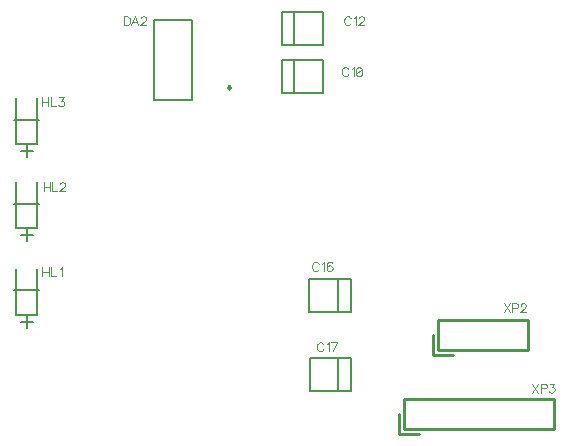
<source format=gto>
G04 Rezonit PCAD EXPORT*
G04 layer position = 4*
G04 layer base position = 4*
G04 layer type = 6*
G04 layer flash color = 12*
G04 layer line color = 12*
G04*
G04  File:            M_RPL_9092_R1.GTO, Thu Sep 14 14:30:10 2023*
G04  Source:          P-CAD 2006 PCB, Version 19.02.958, (S:\Ïðîåêòû\GIT\R_DX_DXE_âçðûâîçàùèùåííûé_ïóëüò\Pcb\Pcad\M_Rpl_9092_r1.pcb)*
G04  Format:          Gerber Format (RS-274-D), ASCII*
G04*
G04  Format Options:  Absolute Positioning*
G04                   Leading-Zero Suppression*
G04                   Scale Factor 1:1*
G04                   NO Circular Interpolation*
G04                   Millimeter Units*
G04                   Numeric Format: 4.4 (XXXX.XXXX)*
G04                   G54 NOT Used for Aperture Change*
G04                   Apertures Embedded*
G04*
G04  File Options:    Offset = (0.000mm,0.000mm)*
G04                   Drill Symbol Size = 0.000mm*
G04                   No Pad/Via Holes*
G04*
G04  File Contents:   No Pads*
G04                   No Vias*
G04                   Designators*
G04                   No Types*
G04                   No Values*
G04                   No Drill Symbols*
G04                   Top Silk*
G04*
%INM_RPL_9092_R1.GTO*%
%ICAS*%
%MOMM*%
G04*
G04  Aperture MACROs for general use --- invoked via D-code assignment *
G04*
G04  General MACRO for flashed round with rotation and/or offset hole *
%AMROTOFFROUND*
1,1,$1,0.0000,0.0000*
1,0,$2,$3,$4*%
G04*
G04  General MACRO for flashed oval (obround) with rotation and/or offset hole *
%AMROTOFFOVAL*
21,1,$1,$2,0.0000,0.0000,$3*
1,1,$4,$5,$6*
1,1,$4,0-$5,0-$6*
1,0,$7,$8,$9*%
G04*
G04  General MACRO for flashed oval (obround) with rotation and no hole *
%AMROTOVALNOHOLE*
21,1,$1,$2,0.0000,0.0000,$3*
1,1,$4,$5,$6*
1,1,$4,0-$5,0-$6*%
G04*
G04  General MACRO for flashed rectangle with rotation and/or offset hole *
%AMROTOFFRECT*
21,1,$1,$2,0.0000,0.0000,$3*
1,0,$4,$5,$6*%
G04*
G04  General MACRO for flashed rectangle with rotation and no hole *
%AMROTRECTNOHOLE*
21,1,$1,$2,0.0000,0.0000,$3*%
G04*
G04  General MACRO for flashed rounded-rectangle *
%AMROUNDRECT*
21,1,$1,$2-$4,0.0000,0.0000,$3*
21,1,$1-$4,$2,0.0000,0.0000,$3*
1,1,$4,$5,$6*
1,1,$4,$7,$8*
1,1,$4,0-$5,0-$6*
1,1,$4,0-$7,0-$8*
1,0,$9,$10,$11*%
G04*
G04  General MACRO for flashed rounded-rectangle with rotation and no hole *
%AMROUNDRECTNOHOLE*
21,1,$1,$2-$4,0.0000,0.0000,$3*
21,1,$1-$4,$2,0.0000,0.0000,$3*
1,1,$4,$5,$6*
1,1,$4,$7,$8*
1,1,$4,0-$5,0-$6*
1,1,$4,0-$7,0-$8*%
G04*
G04  General MACRO for flashed regular polygon *
%AMREGPOLY*
5,1,$1,0.0000,0.0000,$2,$3+$4*
1,0,$5,$6,$7*%
G04*
G04  General MACRO for flashed regular polygon with no hole *
%AMREGPOLYNOHOLE*
5,1,$1,0.0000,0.0000,$2,$3+$4*%
G04*
G04  General MACRO for target *
%AMTARGET*
6,0,0,$1,$2,$3,4,$4,$5,$6*%
G04*
G04  General MACRO for mounting hole *
%AMMTHOLE*
1,1,$1,0,0*
1,0,$2,0,0*
$1=$1-$2*
$1=$1/2*
21,1,$2+$1,$3,0,0,$4*
21,1,$3,$2+$1,0,0,$4*%
G04*
G04*
G04  D10 : "Ellipse X0.001mm Y0.001mm H0.000mm 0.0deg (0.000mm,0.000mm) Draw"*
G04  Disc: OuterDia=0.0010*
%ADD10C, 0.0010*%
G04  D11 : "Ellipse X0.254mm Y0.254mm H0.000mm 0.0deg (0.000mm,0.000mm) Draw"*
G04  Disc: OuterDia=0.2540*
%ADD11C, 0.2540*%
G04  D12 : "Ellipse X0.381mm Y0.381mm H0.000mm 0.0deg (0.000mm,0.000mm) Draw"*
G04  Disc: OuterDia=0.3810*
%ADD12C, 0.3810*%
G04  D13 : "Ellipse X0.400mm Y0.400mm H0.000mm 0.0deg (0.000mm,0.000mm) Draw"*
G04  Disc: OuterDia=0.4000*
%ADD13C, 0.4000*%
G04  D14 : "Ellipse X0.100mm Y0.100mm H0.000mm 0.0deg (0.000mm,0.000mm) Draw"*
G04  Disc: OuterDia=0.1000*
%ADD14C, 0.1000*%
G04  D15 : "Ellipse X1.000mm Y1.000mm H0.000mm 0.0deg (0.000mm,0.000mm) Draw"*
G04  Disc: OuterDia=1.0000*
%ADD15C, 1.0000*%
G04  D16 : "Ellipse X0.127mm Y0.127mm H0.000mm 0.0deg (0.000mm,0.000mm) Draw"*
G04  Disc: OuterDia=0.1270*
%ADD16C, 0.1270*%
G04  D17 : "Ellipse X0.150mm Y0.150mm H0.000mm 0.0deg (0.000mm,0.000mm) Draw"*
G04  Disc: OuterDia=0.1500*
%ADD17C, 0.1500*%
G04  D18 : "Ellipse X0.154mm Y0.154mm H0.000mm 0.0deg (0.000mm,0.000mm) Draw"*
G04  Disc: OuterDia=0.1540*
%ADD18C, 0.1540*%
G04  D19 : "Ellipse X0.200mm Y0.200mm H0.000mm 0.0deg (0.000mm,0.000mm) Draw"*
G04  Disc: OuterDia=0.2000*
%ADD19C, 0.2000*%
G04  D20 : "Ellipse X0.250mm Y0.250mm H0.000mm 0.0deg (0.000mm,0.000mm) Draw"*
G04  Disc: OuterDia=0.2500*
%ADD20C, 0.2500*%
G04  D21 : "Ellipse X3.152mm Y3.152mm H0.000mm 0.0deg (0.000mm,0.000mm) Flash"*
G04  Disc: OuterDia=3.1520*
%ADD21C, 3.1520*%
G04  D22 : "Ellipse X0.952mm Y0.952mm H0.000mm 0.0deg (0.000mm,0.000mm) Flash"*
G04  Disc: OuterDia=0.9520*
%ADD22C, 0.9520*%
G04  D23 : "Ellipse X1.524mm Y1.524mm H0.000mm 0.0deg (0.000mm,0.000mm) Flash"*
G04  Disc: OuterDia=1.5240*
%ADD23C, 1.5240*%
G04  D24 : "Ellipse X1.600mm Y1.600mm H0.000mm 0.0deg (0.000mm,0.000mm) Flash"*
G04  Disc: OuterDia=1.6000*
%ADD24C, 1.6000*%
G04  D25 : "Ellipse X1.676mm Y1.676mm H0.000mm 0.0deg (0.000mm,0.000mm) Flash"*
G04  Disc: OuterDia=1.6760*
%ADD25C, 1.6760*%
G04  D26 : "Ellipse X1.752mm Y1.752mm H0.000mm 0.0deg (0.000mm,0.000mm) Flash"*
G04  Disc: OuterDia=1.7520*
%ADD26C, 1.7520*%
G04  D27 : "Mounting Hole X3.000mm Y3.000mm H0.000mm 0.0deg (0.000mm,0.000mm) Flash"*
G04  Mounting Hole: Diameter=3.0000, Rotation=0.0, LineWidth=0.1270 *
%ADD27MTHOLE, 3.0000 X2.4920 X0.1270 X0.0*%
G04  D28 : "Mounting Hole X0.800mm Y0.800mm H0.000mm 0.0deg (0.000mm,0.000mm) Flash"*
G04  Mounting Hole: Diameter=0.8000, Rotation=0.0, LineWidth=0.1270 *
%ADD28MTHOLE, 0.8000 X0.2920 X0.1270 X0.0*%
G04  D29 : "Oval X0.500mm Y2.600mm H0.000mm 0.0deg (0.000mm,0.000mm) Flash"*
G04  Obround: DimX=0.5000, DimY=2.6000, Rotation=0.0, OffsetX=0.0000, OffsetY=0.0000, HoleDia=0.0000 *
%ADD29O, 0.5000 X2.6000*%
G04  D30 : "Oval X0.652mm Y2.752mm H0.000mm 0.0deg (0.000mm,0.000mm) Flash"*
G04  Obround: DimX=0.6520, DimY=2.7520, Rotation=0.0, OffsetX=0.0000, OffsetY=0.0000, HoleDia=0.0000 *
%ADD30O, 0.6520 X2.7520*%
G04  D31 : "Oval X0.280mm Y1.000mm H0.000mm 135.0deg (0.000mm,0.000mm) Flash"*
G04  Obround: DimX=0.2800, DimY=1.0000, Rotation=135.0, OffsetX=0.0000, OffsetY=0.0000, HoleDia=0.0000 *
%ADD31ROTOVALNOHOLE, 0.2800 X0.7200 X135.0 X0.2800 X0.2546 X0.2546*%
G04  D32 : "Oval X0.280mm Y1.000mm H0.000mm 225.0deg (0.000mm,0.000mm) Flash"*
G04  Obround: DimX=0.2800, DimY=1.0000, Rotation=225.0, OffsetX=0.0000, OffsetY=0.0000, HoleDia=0.0000 *
%ADD32ROTOVALNOHOLE, 0.2800 X0.7200 X225.0 X0.2800 X-0.2546 X0.2546*%
G04  D33 : "Oval X0.432mm Y1.152mm H0.000mm 135.0deg (0.000mm,0.000mm) Flash"*
G04  Obround: DimX=0.4320, DimY=1.1520, Rotation=135.0, OffsetX=0.0000, OffsetY=0.0000, HoleDia=0.0000 *
%ADD33ROTOVALNOHOLE, 0.4320 X0.7200 X135.0 X0.4320 X0.2546 X0.2546*%
G04  D34 : "Oval X0.432mm Y1.152mm H0.000mm 225.0deg (0.000mm,0.000mm) Flash"*
G04  Obround: DimX=0.4320, DimY=1.1520, Rotation=225.0, OffsetX=0.0000, OffsetY=0.0000, HoleDia=0.0000 *
%ADD34ROTOVALNOHOLE, 0.4320 X0.7200 X225.0 X0.4320 X-0.2546 X0.2546*%
G04  D35 : "Oval X2.032mm Y0.660mm H0.000mm 0.0deg (0.000mm,0.000mm) Flash"*
G04  Obround: DimX=2.0320, DimY=0.6604, Rotation=0.0, OffsetX=0.0000, OffsetY=0.0000, HoleDia=0.0000 *
%ADD35O, 2.0320 X0.6604*%
G04  D36 : "Oval X0.660mm Y2.032mm H0.000mm 0.0deg (0.000mm,0.000mm) Flash"*
G04  Obround: DimX=0.6604, DimY=2.0320, Rotation=0.0, OffsetX=0.0000, OffsetY=0.0000, HoleDia=0.0000 *
%ADD36O, 0.6604 X2.0320*%
G04  D37 : "Oval X2.184mm Y0.812mm H0.000mm 0.0deg (0.000mm,0.000mm) Flash"*
G04  Obround: DimX=2.1840, DimY=0.8124, Rotation=0.0, OffsetX=0.0000, OffsetY=0.0000, HoleDia=0.0000 *
%ADD37O, 2.1840 X0.8124*%
G04  D38 : "Oval X0.812mm Y2.184mm H0.000mm 0.0deg (0.000mm,0.000mm) Flash"*
G04  Obround: DimX=0.8124, DimY=2.1840, Rotation=0.0, OffsetX=0.0000, OffsetY=0.0000, HoleDia=0.0000 *
%ADD38O, 0.8124 X2.1840*%
G04  D39 : "Rounded Rectangle X3.200mm Y3.200mm H0.000mm 225.0deg (0.000mm,0.000mm) Flash"*
G04  RoundRct: DimX=3.2000, DimY=3.2000, CornerRad=0.8000, Rotation=225.0, OffsetX=0.0000, OffsetY=0.0000, HoleDia=0.0000 *
%ADD39ROUNDRECTNOHOLE, 3.2000 X3.2000 X225.0 X1.6000 X0.0000 X1.1314 X1.1314 X-0.0000*%
G04  D40 : "Rounded Rectangle X3.352mm Y3.352mm H0.000mm 225.0deg (0.000mm,0.000mm) Flash"*
G04  RoundRct: DimX=3.3520, DimY=3.3520, CornerRad=0.8380, Rotation=225.0, OffsetX=0.0000, OffsetY=0.0000, HoleDia=0.0000 *
%ADD40ROUNDRECTNOHOLE, 3.3520 X3.3520 X225.0 X1.6760 X0.0000 X1.1851 X1.1851 X-0.0000*%
G04  D41 : "Rounded Rectangle X1.500mm Y0.660mm H0.000mm 0.0deg (0.000mm,0.000mm) Flash"*
G04  RoundRct: DimX=1.5000, DimY=0.6604, CornerRad=0.1651, Rotation=0.0, OffsetX=0.0000, OffsetY=0.0000, HoleDia=0.0000 *
%ADD41ROUNDRECTNOHOLE, 1.5000 X0.6604 X0.0 X0.3302 X-0.5849 X-0.1651 X-0.5849 X0.1651*%
G04  D42 : "Rounded Rectangle X1.652mm Y0.812mm H0.000mm 0.0deg (0.000mm,0.000mm) Flash"*
G04  RoundRct: DimX=1.6520, DimY=0.8124, CornerRad=0.2031, Rotation=0.0, OffsetX=0.0000, OffsetY=0.0000, HoleDia=0.0000 *
%ADD42ROUNDRECTNOHOLE, 1.6520 X0.8124 X0.0 X0.4062 X-0.6229 X-0.2031 X-0.6229 X0.2031*%
G04  D43 : "Rectangle X0.500mm Y2.600mm H0.000mm 0.0deg (0.000mm,0.000mm) Flash"*
G04  Rectangular: DimX=0.5000, DimY=2.6000, Rotation=0.0, OffsetX=0.0000, OffsetY=0.0000, HoleDia=0.0000 *
%ADD43R, 0.5000 X2.6000*%
G04  D44 : "Rectangle X0.652mm Y2.752mm H0.000mm 0.0deg (0.000mm,0.000mm) Flash"*
G04  Rectangular: DimX=0.6520, DimY=2.7520, Rotation=0.0, OffsetX=0.0000, OffsetY=0.0000, HoleDia=0.0000 *
%ADD44R, 0.6520 X2.7520*%
G04  D45 : "Rectangle X0.280mm Y1.000mm H0.000mm 225.0deg (0.000mm,0.000mm) Flash"*
G04  Rectangular: DimX=0.2800, DimY=1.0000, Rotation=225.0, OffsetX=0.0000, OffsetY=0.0000, HoleDia=0.0000 *
%ADD45ROTRECTNOHOLE, 0.2800 X1.0000 X225.0*%
G04  D46 : "Rectangle X2.150mm Y3.500mm H0.000mm 0.0deg (0.000mm,0.000mm) Flash"*
G04  Rectangular: DimX=2.1500, DimY=3.5000, Rotation=0.0, OffsetX=0.0000, OffsetY=0.0000, HoleDia=0.0000 *
%ADD46R, 2.1500 X3.5000*%
G04  D47 : "Rectangle X2.302mm Y3.652mm H0.000mm 0.0deg (0.000mm,0.000mm) Flash"*
G04  Rectangular: DimX=2.3020, DimY=3.6520, Rotation=0.0, OffsetX=0.0000, OffsetY=0.0000, HoleDia=0.0000 *
%ADD47R, 2.3020 X3.6520*%
G04  D48 : "Rectangle X0.402mm Y1.752mm H0.000mm 0.0deg (0.000mm,0.000mm) Flash"*
G04  Rectangular: DimX=0.4020, DimY=1.7520, Rotation=0.0, OffsetX=0.0000, OffsetY=0.0000, HoleDia=0.0000 *
%ADD48R, 0.4020 X1.7520*%
G04  D49 : "Rectangle X1.752mm Y0.402mm H0.000mm 0.0deg (0.000mm,0.000mm) Flash"*
G04  Rectangular: DimX=1.7520, DimY=0.4020, Rotation=0.0, OffsetX=0.0000, OffsetY=0.0000, HoleDia=0.0000 *
%ADD49R, 1.7520 X0.4020*%
G04  D50 : "Rectangle X0.432mm Y1.152mm H0.000mm 225.0deg (0.000mm,0.000mm) Flash"*
G04  Rectangular: DimX=0.4320, DimY=1.1520, Rotation=225.0, OffsetX=0.0000, OffsetY=0.0000, HoleDia=0.0000 *
%ADD50ROTRECTNOHOLE, 0.4320 X1.1520 X225.0*%
G04  D51 : "Rectangle X1.100mm Y4.600mm H0.000mm 0.0deg (0.000mm,0.000mm) Flash"*
G04  Rectangular: DimX=1.1000, DimY=4.6000, Rotation=0.0, OffsetX=0.0000, OffsetY=0.0000, HoleDia=0.0000 *
%ADD51R, 1.1000 X4.6000*%
G04  D52 : "Rectangle X1.252mm Y4.752mm H0.000mm 0.0deg (0.000mm,0.000mm) Flash"*
G04  Rectangular: DimX=1.2520, DimY=4.7520, Rotation=0.0, OffsetX=0.0000, OffsetY=0.0000, HoleDia=0.0000 *
%ADD52R, 1.2520 X4.7520*%
G04  D53 : "Rectangle X1.100mm Y1.200mm H0.000mm 0.0deg (0.000mm,0.000mm) Flash"*
G04  Rectangular: DimX=1.1000, DimY=1.2000, Rotation=0.0, OffsetX=0.0000, OffsetY=0.0000, HoleDia=0.0000 *
%ADD53R, 1.1000 X1.2000*%
G04  D54 : "Rectangle X1.200mm Y1.100mm H0.000mm 0.0deg (0.000mm,0.000mm) Flash"*
G04  Rectangular: DimX=1.2000, DimY=1.1000, Rotation=0.0, OffsetX=0.0000, OffsetY=0.0000, HoleDia=0.0000 *
%ADD54R, 1.2000 X1.1000*%
G04  D55 : "Rectangle X2.150mm Y1.100mm H0.000mm 0.0deg (0.000mm,0.000mm) Flash"*
G04  Rectangular: DimX=2.1500, DimY=1.1000, Rotation=0.0, OffsetX=0.0000, OffsetY=0.0000, HoleDia=0.0000 *
%ADD55R, 2.1500 X1.1000*%
G04  D56 : "Rectangle X2.150mm Y1.100mm H0.000mm 0.0deg (0.000mm,0.000mm) Flash"*
G04  Rectangular: DimX=2.1500, DimY=1.1000, Rotation=0.0, OffsetX=0.0000, OffsetY=0.0000, HoleDia=0.0000 *
%ADD56R, 2.1500 X1.1000*%
G04  D57 : "Rectangle X1.200mm Y1.200mm H0.000mm 0.0deg (0.000mm,0.000mm) Flash"*
G04  Square: Side=1.2000, Rotation=0.0, OffsetX=0.0000, OffsetY=0.0000, HoleDia=0.0000*
%ADD57R, 1.2000 X1.2000*%
G04  D58 : "Rectangle X1.252mm Y1.352mm H0.000mm 0.0deg (0.000mm,0.000mm) Flash"*
G04  Rectangular: DimX=1.2520, DimY=1.3520, Rotation=0.0, OffsetX=0.0000, OffsetY=0.0000, HoleDia=0.0000 *
%ADD58R, 1.2520 X1.3520*%
G04  D59 : "Rectangle X1.352mm Y1.252mm H0.000mm 0.0deg (0.000mm,0.000mm) Flash"*
G04  Rectangular: DimX=1.3520, DimY=1.2520, Rotation=0.0, OffsetX=0.0000, OffsetY=0.0000, HoleDia=0.0000 *
%ADD59R, 1.3520 X1.2520*%
G04  D60 : "Rectangle X2.302mm Y1.252mm H0.000mm 0.0deg (0.000mm,0.000mm) Flash"*
G04  Rectangular: DimX=2.3020, DimY=1.2520, Rotation=0.0, OffsetX=0.0000, OffsetY=0.0000, HoleDia=0.0000 *
%ADD60R, 2.3020 X1.2520*%
G04  D61 : "Rectangle X2.302mm Y1.252mm H0.000mm 0.0deg (0.000mm,0.000mm) Flash"*
G04  Rectangular: DimX=2.3020, DimY=1.2520, Rotation=0.0, OffsetX=0.0000, OffsetY=0.0000, HoleDia=0.0000 *
%ADD61R, 2.3020 X1.2520*%
G04  D62 : "Rectangle X1.352mm Y1.352mm H0.000mm 0.0deg (0.000mm,0.000mm) Flash"*
G04  Square: Side=1.3520, Rotation=0.0, OffsetX=0.0000, OffsetY=0.0000, HoleDia=0.0000*
%ADD62R, 1.3520 X1.3520*%
G04  D63 : "Rectangle X1.500mm Y0.660mm H0.000mm 0.0deg (0.000mm,0.000mm) Flash"*
G04  Rectangular: DimX=1.5000, DimY=0.6604, Rotation=0.0, OffsetX=0.0000, OffsetY=0.0000, HoleDia=0.0000 *
%ADD63R, 1.5000 X0.6604*%
G04  D64 : "Rectangle X1.600mm Y1.600mm H0.000mm 0.0deg (0.000mm,0.000mm) Flash"*
G04  Square: Side=1.6000, Rotation=0.0, OffsetX=0.0000, OffsetY=0.0000, HoleDia=0.0000*
%ADD64R, 1.6000 X1.6000*%
G04  D65 : "Rectangle X1.652mm Y0.812mm H0.000mm 0.0deg (0.000mm,0.000mm) Flash"*
G04  Rectangular: DimX=1.6520, DimY=0.8124, Rotation=0.0, OffsetX=0.0000, OffsetY=0.0000, HoleDia=0.0000 *
%ADD65R, 1.6520 X0.8124*%
G04  D66 : "Rectangle X1.752mm Y1.752mm H0.000mm 0.0deg (0.000mm,0.000mm) Flash"*
G04  Square: Side=1.7520, Rotation=0.0, OffsetX=0.0000, OffsetY=0.0000, HoleDia=0.0000*
%ADD66R, 1.7520 X1.7520*%
G04  D67 : "Rectangle X2.032mm Y0.660mm H0.000mm 0.0deg (0.000mm,0.000mm) Flash"*
G04  Rectangular: DimX=2.0320, DimY=0.6604, Rotation=0.0, OffsetX=0.0000, OffsetY=0.0000, HoleDia=0.0000 *
%ADD67R, 2.0320 X0.6604*%
G04  D68 : "Rectangle X0.660mm Y2.032mm H0.000mm 0.0deg (0.000mm,0.000mm) Flash"*
G04  Rectangular: DimX=0.6604, DimY=2.0320, Rotation=0.0, OffsetX=0.0000, OffsetY=0.0000, HoleDia=0.0000 *
%ADD68R, 0.6604 X2.0320*%
G04  D69 : "Rectangle X2.184mm Y0.812mm H0.000mm 0.0deg (0.000mm,0.000mm) Flash"*
G04  Rectangular: DimX=2.1840, DimY=0.8124, Rotation=0.0, OffsetX=0.0000, OffsetY=0.0000, HoleDia=0.0000 *
%ADD69R, 2.1840 X0.8124*%
G04  D70 : "Rectangle X0.812mm Y2.184mm H0.000mm 0.0deg (0.000mm,0.000mm) Flash"*
G04  Rectangular: DimX=0.8124, DimY=2.1840, Rotation=0.0, OffsetX=0.0000, OffsetY=0.0000, HoleDia=0.0000 *
%ADD70R, 0.8124 X2.1840*%
G04  D71 : "Rectangle X1.600mm Y2.200mm H0.000mm 0.0deg (0.000mm,0.000mm) Flash"*
G04  Rectangular: DimX=1.6000, DimY=2.2000, Rotation=0.0, OffsetX=0.0000, OffsetY=0.0000, HoleDia=0.0000 *
%ADD71R, 1.6000 X2.2000*%
G04  D72 : "Rectangle X0.250mm Y1.600mm H0.000mm 0.0deg (0.000mm,0.000mm) Flash"*
G04  Rectangular: DimX=0.2500, DimY=1.6000, Rotation=0.0, OffsetX=0.0000, OffsetY=0.0000, HoleDia=0.0000 *
%ADD72R, 0.2500 X1.6000*%
G04  D73 : "Rectangle X1.600mm Y0.250mm H0.000mm 0.0deg (0.000mm,0.000mm) Flash"*
G04  Rectangular: DimX=1.6000, DimY=0.2500, Rotation=0.0, OffsetX=0.0000, OffsetY=0.0000, HoleDia=0.0000 *
%ADD73R, 1.6000 X0.2500*%
G04  D74 : "Rectangle X1.800mm Y2.400mm H0.000mm 0.0deg (0.000mm,0.000mm) Flash"*
G04  Rectangular: DimX=1.8000, DimY=2.4000, Rotation=0.0, OffsetX=0.0000, OffsetY=0.0000, HoleDia=0.0000 *
%ADD74R, 1.8000 X2.4000*%
G04  D75 : "Ellipse X1.000mm Y1.000mm H0.000mm 0.0deg (0.000mm,0.000mm) Flash"*
G04  Disc: OuterDia=1.0000*
%ADD75C, 1.0000*%
G04  D76 : "Ellipse X1.152mm Y1.152mm H0.000mm 0.0deg (0.000mm,0.000mm) Flash"*
G04  Disc: OuterDia=1.1520*
%ADD76C, 1.1520*%
G04*
%FSLAX44Y44*%
%SFA1B1*%
%OFA0.000B0.000*%
G04*
G71*
G90*
G01*
D2*
%LNTop Silk*%
D17*
X6663000Y10259500*
X6645000D1*
D2*
D16*
X6648920Y10253600*
X6657810D1*
X6659080*
X6654000Y10248520D2*
Y10258680D1*
D2*
D17*
X6643600Y10280500*
X6664600D1*
X6663000Y10298500D2*
Y10259500D1*
X6645000D2*
Y10298500D1*
D2*
D14*
X6667350Y10299485*
Y10291835D1*
X6672450Y10299485D2*
Y10291835D1*
X6667350Y10295842D2*
X6672450D1*
X6674635Y10299485D2*
Y10291835D1*
X6679007*
X6681921Y10298028D2*
X6682649Y10298392D1*
X6683742Y10299485*
Y10291835*
D2*
D17*
X6663000Y10332500*
X6645000D1*
D2*
D16*
X6648920Y10326600*
X6657810D1*
X6659080*
X6654000Y10321520D2*
Y10331680D1*
D2*
D17*
X6643600Y10353500*
X6664600D1*
X6663000Y10371500D2*
Y10332500D1*
X6645000D2*
Y10371500D1*
D2*
D14*
X6668275Y10371464*
Y10363830D1*
X6673364Y10371464D2*
Y10363830D1*
X6668275Y10367829D2*
X6673364D1*
X6675545Y10371464D2*
Y10363830D1*
X6679908*
X6682089Y10369646D2*
Y10370010D1*
X6682452Y10370737*
X6682816Y10371100*
X6683543Y10371464*
X6684997*
X6685724Y10371100*
X6686087Y10370737*
X6686451Y10370010*
Y10369283*
X6686087Y10368556*
X6685360Y10367465*
X6681725Y10363830*
X6686815*
D2*
D17*
X6663000Y10403500*
X6645000D1*
D2*
D16*
X6648920Y10397600*
X6657810D1*
X6659080*
X6654000Y10392520D2*
Y10402680D1*
D2*
D17*
X6643600Y10424500*
X6664600D1*
X6663000Y10442500D2*
Y10403500D1*
X6645000D2*
Y10442500D1*
D2*
D14*
X6667275Y10443464*
Y10435830D1*
X6672364Y10443464D2*
Y10435830D1*
X6667275Y10439829D2*
X6672364D1*
X6674545Y10443464D2*
Y10435830D1*
X6678908*
X6681452Y10443464D2*
X6685451D1*
X6683270Y10440556*
X6684360*
X6685087Y10440192*
X6685451Y10439829*
X6685815Y10438738*
Y10438011*
X6685451Y10436920*
X6684724Y10436193*
X6683633Y10435830*
X6682543*
X6681452Y10436193*
X6681089Y10436557*
X6680725Y10437284*
D2*
D17*
X6869800Y10447000*
Y10475000D1*
D2*
D19*
X6880700Y10474700*
Y10447300D1*
D2*
D17*
X6904800Y10447000*
Y10475000D1*
Y10447000D2*
X6869800D1*
Y10475000D2*
X6904800D1*
D2*
D14*
X6926268Y10467196*
X6925904Y10467925D1*
X6925176Y10468653*
X6924448Y10469017*
X6922991*
X6922263Y10468653*
X6921535Y10467925*
X6921170Y10467196*
X6920806Y10466104*
Y10464283*
X6921170Y10463191*
X6921535Y10462462*
X6922263Y10461734*
X6922991Y10461370*
X6924448*
X6925176Y10461734*
X6925904Y10462462*
X6926268Y10463191*
X6929182Y10467560D2*
X6929910Y10467925D1*
X6931002Y10469017*
Y10461370*
X6935008Y10469017D2*
X6933915Y10468653D1*
X6933187Y10467560*
X6932823Y10465740*
Y10464647*
X6933187Y10462827*
X6933915Y10461734*
X6935008Y10461370*
X6935736*
X6936829Y10461734*
X6937557Y10462827*
X6937921Y10464647*
Y10465740*
X6937557Y10467560*
X6936829Y10468653*
X6935736Y10469017*
X6935008*
X6937557Y10467560D2*
X6933187Y10462827D1*
D2*
D17*
X6928200Y10290000*
Y10262000D1*
D2*
D19*
X6917300Y10262300*
Y10289700D1*
D2*
D17*
X6893200Y10290000*
Y10262000D1*
Y10290000D2*
X6928200D1*
Y10262000D2*
X6893200D1*
D2*
D14*
X6901268Y10302196*
X6900904Y10302925D1*
X6900176Y10303653*
X6899448Y10304017*
X6897991*
X6897263Y10303653*
X6896535Y10302925*
X6896170Y10302196*
X6895806Y10301104*
Y10299283*
X6896170Y10298191*
X6896535Y10297462*
X6897263Y10296734*
X6897991Y10296370*
X6899448*
X6900176Y10296734*
X6900904Y10297462*
X6901268Y10298191*
X6904182Y10302560D2*
X6904910Y10302925D1*
X6906002Y10304017*
Y10296370*
X6912557Y10302925D2*
X6912193Y10303653D1*
X6911100Y10304017*
X6910372*
X6909280Y10303653*
X6908551Y10302560*
X6908187Y10300740*
Y10298919*
X6908551Y10297462*
X6909280Y10296734*
X6910372Y10296370*
X6910736*
X6911829Y10296734*
X6912557Y10297462*
X6912921Y10298555*
Y10298919*
X6912557Y10300011*
X6911829Y10300740*
X6910736Y10301104*
X6910372*
X6909280Y10300740*
X6908551Y10300011*
X6908187Y10298919*
D2*
D17*
X6928700Y10222500*
Y10194500D1*
D2*
D19*
X6917800Y10194800*
Y10222200D1*
D2*
D17*
X6893700Y10222500*
Y10194500D1*
Y10222500D2*
X6928700D1*
Y10194500D2*
X6893700D1*
D2*
D14*
X6905268Y10234196*
X6904904Y10234925D1*
X6904176Y10235653*
X6903448Y10236017*
X6901991*
X6901263Y10235653*
X6900535Y10234925*
X6900170Y10234196*
X6899806Y10233104*
Y10231283*
X6900170Y10230191*
X6900535Y10229462*
X6901263Y10228734*
X6901991Y10228370*
X6903448*
X6904176Y10228734*
X6904904Y10229462*
X6905268Y10230191*
X6908182Y10234560D2*
X6908910Y10234925D1*
X6910002Y10236017*
Y10228370*
X6913280D2*
X6916921Y10236017D1*
X6911823*
D2*
D17*
X6869800Y10488000*
Y10516000D1*
D2*
D19*
X6880700Y10515700*
Y10488300D1*
D2*
D17*
X6904800Y10488000*
Y10516000D1*
Y10488000D2*
X6869800D1*
Y10516000D2*
X6904800D1*
D2*
D14*
X6928268Y10510196*
X6927904Y10510925D1*
X6927176Y10511653*
X6926448Y10512017*
X6924991*
X6924263Y10511653*
X6923535Y10510925*
X6923170Y10510196*
X6922806Y10509104*
Y10507283*
X6923170Y10506191*
X6923535Y10505462*
X6924263Y10504734*
X6924991Y10504370*
X6926448*
X6927176Y10504734*
X6927904Y10505462*
X6928268Y10506191*
X6931182Y10510560D2*
X6931910Y10510925D1*
X6933002Y10512017*
Y10504370*
X6935187Y10510196D2*
Y10510560D1*
X6935551Y10511289*
X6935915Y10511653*
X6936644Y10512017*
X6938100*
X6938829Y10511653*
X6939193Y10511289*
X6939557Y10510560*
Y10509832*
X6939193Y10509104*
X6938464Y10508011*
X6934823Y10504370*
X6939921*
D2*
D11*
X7100300Y10187700*
Y10162300D1*
X6969490Y10175000D2*
Y10158490D1*
X6986000*
X6973300Y10162300D2*
Y10187700D1*
X7100300Y10162300D2*
X6973300D1*
Y10187700D2*
X7100300D1*
D2*
D14*
X7081733Y10200996*
X7086820Y10193365D1*
Y10200996D2*
X7081733Y10193365D1*
X7089001Y10196999D2*
X7092271D1*
X7093362Y10197362*
X7093725Y10197726*
X7094088Y10198452*
Y10199543*
X7093725Y10200270*
X7093362Y10200633*
X7092271Y10200996*
X7089001*
Y10193365*
X7096632Y10200996D2*
X7100630D1*
X7098449Y10198089*
X7099539*
X7100266Y10197726*
X7100630Y10197362*
X7100993Y10196272*
Y10195545*
X7100630Y10194455*
X7099903Y10193728*
X7098813Y10193365*
X7097722*
X7096632Y10193728*
X7096269Y10194092*
X7095905Y10194818*
D2*
D11*
X7078347Y10254680*
Y10229280D1*
X6998337Y10241980D2*
Y10225470D1*
X7014847*
X7002147Y10229280D2*
Y10254680D1*
X7078347*
Y10229280D2*
X7002147D1*
D2*
D14*
X7057733Y10268996*
X7062820Y10261365D1*
Y10268996D2*
X7057733Y10261365D1*
X7065001Y10264999D2*
X7068271D1*
X7069362Y10265362*
X7069725Y10265726*
X7070088Y10266452*
Y10267543*
X7069725Y10268270*
X7069362Y10268633*
X7068271Y10268996*
X7065001*
Y10261365*
X7072269Y10267179D2*
Y10267543D1*
X7072632Y10268270*
X7072996Y10268633*
X7073722Y10268996*
X7075176*
X7075903Y10268633*
X7076266Y10268270*
X7076630Y10267543*
Y10266816*
X7076266Y10266089*
X7075539Y10264999*
X7071905Y10261365*
X7076993*
D2*
D20*
X6825250Y10453250*
X6824000Y10452000D1*
X6825250Y10450750*
X6826500Y10452000*
X6825250Y10453250*
D2*
D19*
X6794250Y10508500*
X6761750D1*
X6794250Y10441500D2*
X6761750D1*
X6794250D2*
Y10508500D1*
X6761750Y10441500D2*
Y10508500D1*
D2*
D14*
X6736453Y10511996*
Y10504365D1*
X6738997*
X6740087Y10504728*
X6740814Y10505455*
X6741177Y10506182*
X6741541Y10507272*
Y10509089*
X6741177Y10510179*
X6740814Y10510906*
X6740087Y10511633*
X6738997Y10511996*
X6736453*
X6748446Y10504365D2*
X6745538Y10511996D1*
X6742631Y10504365*
X6743721Y10506909D2*
X6747355D1*
X6750626Y10510179D2*
Y10510543D1*
X6750989Y10511270*
X6751353Y10511633*
X6752080Y10511996*
X6753533*
X6754260Y10511633*
X6754623Y10511270*
X6754987Y10510543*
Y10509816*
X6754623Y10509089*
X6753897Y10507999*
X6750263Y10504365*
X6755350*
D2*
D11*
D02M02*

</source>
